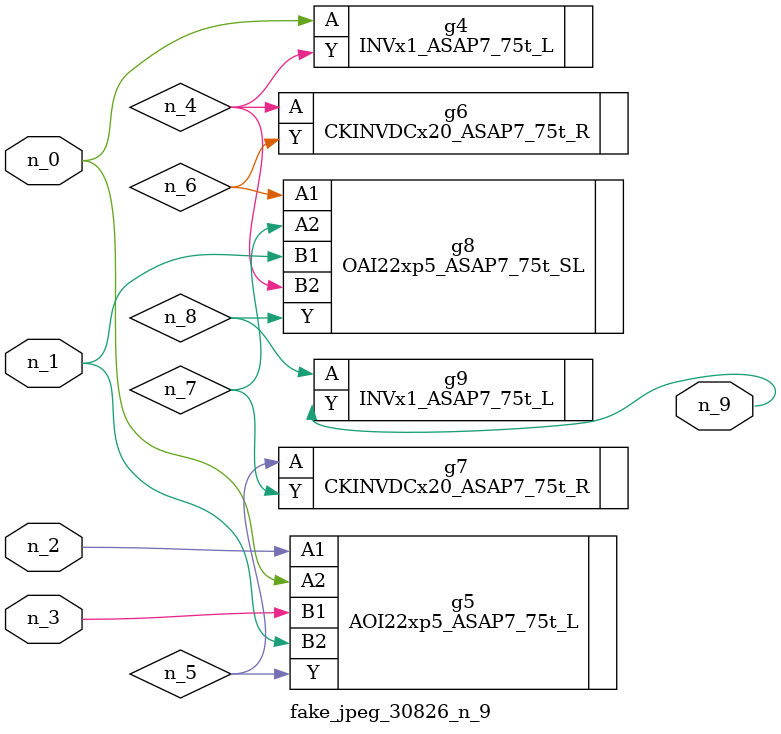
<source format=v>
module fake_jpeg_30826_n_9 (n_0, n_3, n_2, n_1, n_9);

input n_0;
input n_3;
input n_2;
input n_1;

output n_9;

wire n_4;
wire n_8;
wire n_6;
wire n_5;
wire n_7;

INVx1_ASAP7_75t_L g4 ( 
.A(n_0),
.Y(n_4)
);

AOI22xp5_ASAP7_75t_L g5 ( 
.A1(n_2),
.A2(n_0),
.B1(n_3),
.B2(n_1),
.Y(n_5)
);

CKINVDCx20_ASAP7_75t_R g6 ( 
.A(n_4),
.Y(n_6)
);

OAI22xp5_ASAP7_75t_SL g8 ( 
.A1(n_6),
.A2(n_7),
.B1(n_1),
.B2(n_4),
.Y(n_8)
);

CKINVDCx20_ASAP7_75t_R g7 ( 
.A(n_5),
.Y(n_7)
);

INVx1_ASAP7_75t_L g9 ( 
.A(n_8),
.Y(n_9)
);


endmodule
</source>
